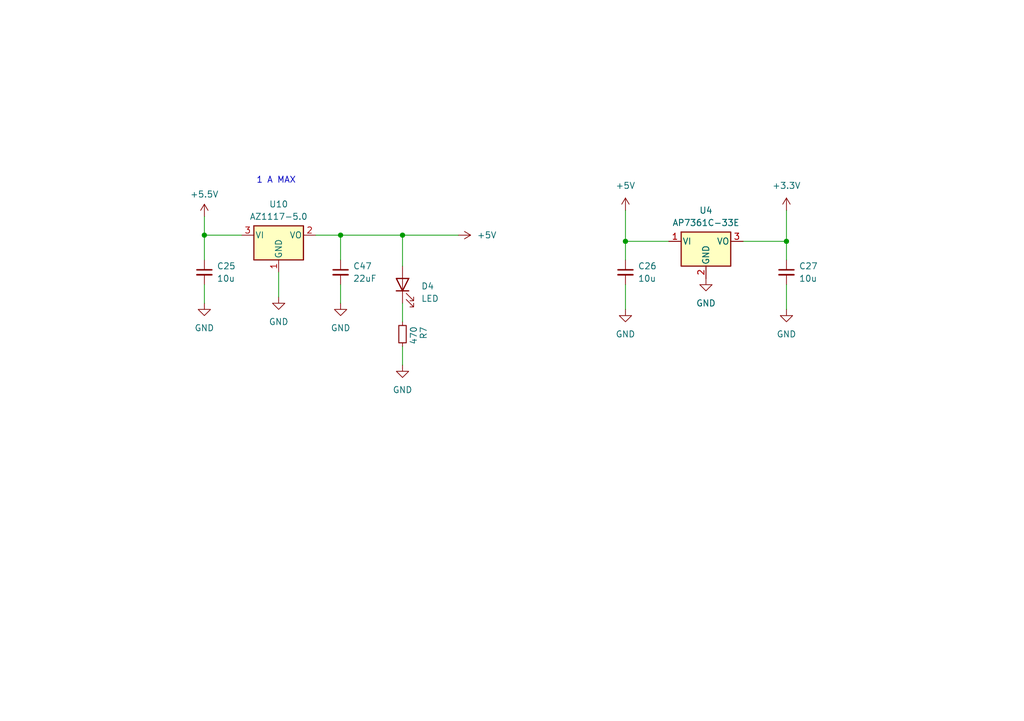
<source format=kicad_sch>
(kicad_sch (version 20250114) (generator "eeschema") (generator_version "9.0")
  (paper "A5")
  (lib_symbols
    (symbol "Device:C_Small" (pin_numbers (hide yes)) (pin_names (offset 0.254) (hide yes))
      (property "Reference" "C" (at 0.254 1.778 0))
      (property "Value" "C_Small" (at 0.254 -2.032 0))
      (symbol "C_Small_0_1"
        (polyline (pts (xy -1.524 0.508) (xy 1.524 0.508)) (stroke (width 0.3048)))
        (polyline (pts (xy -1.524 -0.508) (xy 1.524 -0.508)) (stroke (width 0.3302)))
      )
      (symbol "C_Small_1_1"
        (pin passive line (at 0 2.54 270) (length 2.032) (name "~") (number "1"))
        (pin passive line (at 0 -2.54 90) (length 2.032) (name "~") (number "2"))
      )
    )
    (symbol "Device:LED" (pin_numbers (hide yes)) (pin_names (offset 1.016) (hide yes))
      (property "Reference" "D" (at 0 2.54 0))
      (property "Value" "LED" (at 0 -2.54 0))
      (symbol "LED_0_1"
        (polyline (pts (xy -3.048 -0.762) (xy -4.572 -2.286) (xy -3.81 -2.286) (xy -4.572 -2.286) (xy -4.572 -1.524)))
        (polyline (pts (xy -1.778 -0.762) (xy -3.302 -2.286) (xy -2.54 -2.286) (xy -3.302 -2.286) (xy -3.302 -1.524)))
        (polyline (pts (xy -1.27 0) (xy 1.27 0)))
        (polyline (pts (xy -1.27 -1.27) (xy -1.27 1.27)) (stroke (width 0.254)))
        (polyline (pts (xy 1.27 -1.27) (xy 1.27 1.27) (xy -1.27 0) (xy 1.27 -1.27)) (stroke (width 0.254)))
      )
      (symbol "LED_1_1"
        (pin passive line (at -3.81 0 0) (length 2.54) (name "K") (number "1"))
        (pin passive line (at 3.81 0 180) (length 2.54) (name "A") (number "2"))
      )
    )
    (symbol "Device:R_Small" (pin_numbers (hide yes)) (pin_names (offset 0.254) (hide yes))
      (property "Reference" "R" (at 0.762 0.508 0))
      (property "Value" "R_Small" (at 0.762 -1.016 0))
      (symbol "R_Small_0_1"
        (rectangle (start -0.762 1.778) (end 0.762 -1.778) (stroke (width 0.2032)))
      )
      (symbol "R_Small_1_1"
        (pin passive line (at 0 2.54 270) (length 0.762) (name "~") (number "1"))
        (pin passive line (at 0 -2.54 90) (length 0.762) (name "~") (number "2"))
      )
    )
    (symbol "Regulator_Linear:AP7361C-33E" (pin_names (offset 0.254))
      (property "Reference" "U" (at -3.81 3.175 0))
      (property "Value" "AP7361C-33E" (at 0 3.175 0))
      (symbol "AP7361C-33E_0_1"
        (rectangle (start -5.08 -5.08) (end 5.08 1.905) (stroke (width 0.254)) (fill (type background)))
      )
      (symbol "AP7361C-33E_1_1"
        (pin power_in line (at -7.62 0 0) (length 2.54) (name "VI") (number "1"))
        (pin power_in line (at 0 -7.62 90) (length 2.54) (name "GND") (number "2"))
        (pin power_out line (at 7.62 0 180) (length 2.54) (name "VO") (number "3"))
      )
    )
    (symbol "Regulator_Linear:AZ1117-5.0" (pin_names (offset 0.254))
      (property "Reference" "U" (at -3.81 3.175 0))
      (property "Value" "AZ1117-5.0" (at 0 3.175 0))
      (symbol "AZ1117-5.0_0_1"
        (rectangle (start -5.08 1.905) (end 5.08 -5.08) (stroke (width 0.254)) (fill (type background)))
      )
      (symbol "AZ1117-5.0_1_1"
        (pin power_in line (at -7.62 0 0) (length 2.54) (name "VI") (number "3"))
        (pin power_in line (at 0 -7.62 90) (length 2.54) (name "GND") (number "1"))
        (pin power_out line (at 7.62 0 180) (length 2.54) (name "VO") (number "2"))
      )
    )
    (symbol "power:+3.3V" (power) (pin_numbers (hide yes)) (pin_names (offset 0) (hide yes))
      (property "Value" "+3.3V" (at 0 3.556 0))
      (symbol "+3.3V_0_1"
        (polyline (pts (xy -0.762 1.27) (xy 0 2.54)))
        (polyline (pts (xy 0 2.54) (xy 0.762 1.27)))
        (polyline (pts (xy 0 0) (xy 0 2.54)))
      )
      (symbol "+3.3V_1_1"
        (pin power_in line (at 0 0 90) (length 0) (name "~") (number "1"))
      )
    )
    (symbol "power:+5V" (power) (pin_numbers (hide yes)) (pin_names (offset 0) (hide yes))
      (property "Value" "+5V" (at 0 3.556 0))
      (symbol "+5V_0_1"
        (polyline (pts (xy -0.762 1.27) (xy 0 2.54)))
        (polyline (pts (xy 0 2.54) (xy 0.762 1.27)))
        (polyline (pts (xy 0 0) (xy 0 2.54)))
      )
      (symbol "+5V_1_1"
        (pin power_in line (at 0 0 90) (length 0) (name "~") (number "1"))
      )
    )
    (symbol "power:GND" (power) (pin_numbers (hide yes)) (pin_names (offset 0) (hide yes))
      (property "Value" "GND" (at 0 -3.81 0))
      (symbol "GND_0_1"
        (polyline (pts (xy 0 0) (xy 0 -1.27) (xy 1.27 -1.27) (xy 0 -2.54) (xy -1.27 -1.27) (xy 0 -1.27)))
      )
      (symbol "GND_1_1"
        (pin power_in line (at 0 0 270) (length 0) (name "~") (number "1"))
      )
    )
  )
  (text "1 A MAX" (at 56.642 37.084 0) (effects (font (size 1.27 1.27))))
  (junction (at 161.29 49.53))
  (junction (at 41.91 48.26))
  (junction (at 82.55 48.26))
  (junction (at 69.85 48.26))
  (junction (at 128.27 49.53))
  (wire (pts (xy 69.85 58.42) (xy 69.85 62.23)))
  (wire (pts (xy 57.15 55.88) (xy 57.15 60.96)))
  (wire (pts (xy 82.55 71.12) (xy 82.55 74.93)))
  (wire (pts (xy 41.91 53.34) (xy 41.91 48.26)))
  (wire (pts (xy 137.16 49.53) (xy 128.27 49.53)))
  (wire (pts (xy 41.91 44.45) (xy 41.91 48.26)))
  (wire (pts (xy 128.27 43.18) (xy 128.27 49.53)))
  (wire (pts (xy 64.77 48.26) (xy 69.85 48.26)))
  (wire (pts (xy 41.91 58.42) (xy 41.91 62.23)))
  (wire (pts (xy 41.91 48.26) (xy 49.53 48.26)))
  (wire (pts (xy 82.55 48.26) (xy 82.55 54.61)))
  (wire (pts (xy 82.55 62.23) (xy 82.55 66.04)))
  (wire (pts (xy 69.85 48.26) (xy 69.85 53.34)))
  (wire (pts (xy 128.27 58.42) (xy 128.27 63.5)))
  (wire (pts (xy 69.85 48.26) (xy 82.55 48.26)))
  (wire (pts (xy 128.27 49.53) (xy 128.27 53.34)))
  (wire (pts (xy 161.29 58.42) (xy 161.29 63.5)))
  (wire (pts (xy 82.55 48.26) (xy 93.98 48.26)))
  (wire (pts (xy 152.4 49.53) (xy 161.29 49.53)))
  (wire (pts (xy 161.29 49.53) (xy 161.29 53.34)))
  (wire (pts (xy 161.29 43.18) (xy 161.29 49.53)))
  (symbol (lib_id "Device:C_Small") (at 69.85 55.88 0) (unit 1)
    (property "Reference" "C47" (at 72.39 54.6162 0) (effects (justify left)))
    (property "Value" "22uF" (at 72.39 57.1562 0) (effects (justify left)))
    (property "Footprint" "Capacitor_SMD:C_0805_2012Metric_Pad1.18x1.45mm_HandSolder" (effects (hide yes)))
    (property "Description" "22 µF ±20% 16V Ceramic Capacitor X5R 0805 (2012 Metric)" (effects (hide yes)))
    (property "MPN" "CL21A226MOCLRNC" (effects (hide yes)))
    (property "Manufacturer" "Samsung Electro-Mechanics" (effects (hide yes)))
    (property "DigiKey Link" "https://www.digikey.com/en/products/detail/samsung-electro-mechanics/CL21A226MOCLRNC/5961264" (effects (hide yes)))
  )
  (symbol (lib_id "power:GND") (at 69.85 62.23 0) (unit 1)
    (property "Reference" "#PWR036" (effects (hide yes)))
    (property "Value" "GND" (at 69.85 67.31 0))
    (property "Description" "Power symbol creates a global label with name \"GND\" , ground" (effects (hide yes)))
  )
  (symbol (lib_id "power:+5V") (at 41.91 44.45 0) (unit 1)
    (property "Reference" "#PWR09" (effects (hide yes)))
    (property "Value" "+5.5V" (at 41.91 39.878 0))
    (property "Description" "Power symbol creates a global label with name \"+5V\"" (effects (hide yes)))
  )
  (symbol (lib_id "power:GND") (at 41.91 62.23 0) (unit 1)
    (property "Reference" "#PWR034" (effects (hide yes)))
    (property "Value" "GND" (at 41.91 67.31 0))
    (property "Description" "Power symbol creates a global label with name \"GND\" , ground" (effects (hide yes)))
  )
  (symbol (lib_id "Regulator_Linear:AP7361C-33E") (at 144.78 49.53 0) (unit 1)
    (property "Reference" "U4" (at 144.78 43.18 0))
    (property "Value" "AP7361C-33E" (at 144.78 45.72 0))
    (property "Footprint" "Package_TO_SOT_SMD:SOT-223-3_TabPin2" (effects (hide yes)))
    (property "Datasheet" "https://www.diodes.com/assets/Datasheets/AP7361C.pdf" (effects (hide yes)))
    (property "Description" "1A Low Dropout regulator, positive, 3.3V fixed output, SOT-223" (effects (hide yes)))
    (property "MPN" "AP7361C-33E-13" (effects (hide yes)))
    (property "Manufacturer" "Diodes Incorporated" (effects (hide yes)))
    (property "DigiKey Link" "https://www.digikey.com/en/products/detail/diodes-incorporated/AP7361C-33E-13/5638317" (effects (hide yes)))
  )
  (symbol (lib_id "power:GND") (at 161.29 63.5 0) (unit 1)
    (property "Reference" "#PWR096" (effects (hide yes)))
    (property "Value" "GND" (at 161.29 68.58 0))
    (property "Description" "Power symbol creates a global label with name \"GND\" , ground" (effects (hide yes)))
  )
  (symbol (lib_id "power:+5V") (at 128.27 43.18 0) (unit 1)
    (property "Reference" "#PWR093" (effects (hide yes)))
    (property "Value" "+5V" (at 128.27 38.1 0))
    (property "Description" "Power symbol creates a global label with name \"+5V\"" (effects (hide yes)))
  )
  (symbol (lib_id "Device:C_Small") (at 41.91 55.88 0) (unit 1)
    (property "Reference" "C25" (at 44.45 54.6162 0) (effects (justify left)))
    (property "Value" "10u" (at 44.45 57.1562 0) (effects (justify left)))
    (property "Footprint" "Capacitor_SMD:C_0805_2012Metric_Pad1.18x1.45mm_HandSolder" (effects (hide yes)))
    (property "Description" "10 µF ±10% 16V Ceramic Capacitor X5R 0805 (2012 Metric)" (effects (hide yes)))
    (property "MPN" "CL21A106KOQNNNG" (effects (hide yes)))
    (property "Manufacturer" "Samsung Electro-Mechanics" (effects (hide yes)))
    (property "DigiKey Link" "https://www.digikey.com/en/products/detail/samsung-electro-mechanics/CL21A106KOQNNNG/3894417" (effects (hide yes)))
  )
  (symbol (lib_id "power:+5V") (at 93.98 48.26 270) (unit 1)
    (property "Reference" "#PWR037" (effects (hide yes)))
    (property "Value" "+5V" (at 97.79 48.2599 90) (effects (justify left)))
    (property "Description" "Power symbol creates a global label with name \"+5V\"" (effects (hide yes)))
  )
  (symbol (lib_id "power:GND") (at 128.27 63.5 0) (unit 1)
    (property "Reference" "#PWR094" (effects (hide yes)))
    (property "Value" "GND" (at 128.27 68.58 0))
    (property "Description" "Power symbol creates a global label with name \"GND\" , ground" (effects (hide yes)))
  )
  (symbol (lib_id "power:GND") (at 82.55 74.93 0) (unit 1)
    (property "Reference" "#PWR068" (effects (hide yes)))
    (property "Value" "GND" (at 82.55 80.01 0))
    (property "Description" "Power symbol creates a global label with name \"GND\" , ground" (effects (hide yes)))
  )
  (symbol (lib_id "Device:C_Small") (at 161.29 55.88 0) (unit 1)
    (property "Reference" "C27" (at 163.83 54.6162 0) (effects (justify left)))
    (property "Value" "10u" (at 163.83 57.1562 0) (effects (justify left)))
    (property "Footprint" "Capacitor_SMD:C_0805_2012Metric_Pad1.18x1.45mm_HandSolder" (effects (hide yes)))
    (property "Description" "10 µF ±10% 16V Ceramic Capacitor X5R 0805 (2012 Metric)" (effects (hide yes)))
    (property "MPN" "CL21A106KOQNNNG" (effects (hide yes)))
    (property "Manufacturer" "Samsung Electro-Mechanics" (effects (hide yes)))
    (property "DigiKey Link" "https://www.digikey.com/en/products/detail/samsung-electro-mechanics/CL21A106KOQNNNG/3894417" (effects (hide yes)))
  )
  (symbol (lib_id "Device:LED") (at 82.55 58.42 90) (unit 1)
    (property "Reference" "D4" (at 86.36 58.7374 90) (effects (justify right)))
    (property "Value" "LED" (at 86.36 61.2774 90) (effects (justify right)))
    (property "Footprint" "LED_SMD:LED_0603_1608Metric_Pad1.05x0.95mm_HandSolder" (effects (hide yes)))
    (property "Datasheet" "https://mm.digikey.com/Volume0/opasdata/d220001/medias/docus/858/LTST-C190GKT.pdf" (effects (hide yes)))
    (property "Description" "Green 569nm LED Indication - Discrete 2.1V 0603 (1608 Metric)" (effects (hide yes)))
    (property "MPN" "LTST-C190GKT" (effects (hide yes)))
    (property "Manufacturer" "Lite-On Inc." (effects (hide yes)))
    (property "DigiKey Link" "https://www.digikey.com/en/products/detail/liteon/LTST-C190GKT/269230" (effects (hide yes)))
  )
  (symbol (lib_id "Device:R_Small") (at 82.55 68.58 0) (unit 1)
    (property "Reference" "R7" (at 86.868 68.326 90))
    (property "Value" "470" (at 84.836 68.834 90))
    (property "Footprint" "Resistor_SMD:R_0603_1608Metric_Pad0.98x0.95mm_HandSolder" (effects (hide yes)))
    (property "Description" "470 Ohms ±5% 0.1W, 1/10W Chip Resistor 0603 (1608 Metric) Moisture Resistant Thick Film" (effects (hide yes)))
    (property "DigiKey Link" "https://www.digikey.com/en/products/detail/yageo/RC0603JR-07470RL/726791" (effects (hide yes)))
    (property "MPN" "RC0603JR-07470RL" (effects (hide yes)))
    (property "Manufacturer" "YAGEO" (effects (hide yes)))
  )
  (symbol (lib_id "Regulator_Linear:AZ1117-5.0") (at 57.15 48.26 0) (unit 1)
    (property "Reference" "U10" (at 57.15 41.91 0))
    (property "Value" "AZ1117-5.0" (at 57.15 44.45 0))
    (property "Footprint" "Package_TO_SOT_SMD:SOT-223-3_TabPin2" (effects (hide yes)))
    (property "Datasheet" "https://www.diodes.com/assets/Datasheets/AZ1117.pdf" (effects (hide yes)))
    (property "Description" "Linear Voltage Regulator IC Positive Fixed 1 Output 1A SOT-223-3" (effects (hide yes)))
    (property "MPN" "AZ1117IH-5.0TRG1" (effects (hide yes)))
    (property "Manufacturer" "Diodes Incorporated" (effects (hide yes)))
    (property "DigiKey Link" "https://www.digikey.com/en/products/detail/diodes-incorporated/AZ1117IH-5-0TRG1/5699673" (effects (hide yes)))
  )
  (symbol (lib_id "Device:C_Small") (at 128.27 55.88 0) (unit 1)
    (property "Reference" "C26" (at 130.81 54.6162 0) (effects (justify left)))
    (property "Value" "10u" (at 130.81 57.1562 0) (effects (justify left)))
    (property "Footprint" "Capacitor_SMD:C_0805_2012Metric_Pad1.18x1.45mm_HandSolder" (effects (hide yes)))
    (property "Description" "10 µF ±10% 16V Ceramic Capacitor X5R 0805 (2012 Metric)" (effects (hide yes)))
    (property "MPN" "CL21A106KOQNNNG" (effects (hide yes)))
    (property "Manufacturer" "Samsung Electro-Mechanics" (effects (hide yes)))
    (property "DigiKey Link" "https://www.digikey.com/en/products/detail/samsung-electro-mechanics/CL21A106KOQNNNG/3894417" (effects (hide yes)))
  )
  (symbol (lib_id "power:GND") (at 57.15 60.96 0) (unit 1)
    (property "Reference" "#PWR035" (effects (hide yes)))
    (property "Value" "GND" (at 57.15 66.04 0))
    (property "Description" "Power symbol creates a global label with name \"GND\" , ground" (effects (hide yes)))
  )
  (symbol (lib_id "power:GND") (at 144.78 57.15 0) (unit 1)
    (property "Reference" "#PWR097" (effects (hide yes)))
    (property "Value" "GND" (at 144.78 62.23 0))
    (property "Description" "Power symbol creates a global label with name \"GND\" , ground" (effects (hide yes)))
  )
  (symbol (lib_id "power:+3.3V") (at 161.29 43.18 0) (unit 1)
    (property "Reference" "#PWR095" (effects (hide yes)))
    (property "Value" "+3.3V" (at 161.29 38.1 0))
    (property "Description" "Power symbol creates a global label with name \"+3.3V\"" (effects (hide yes)))
  )
)
</source>
